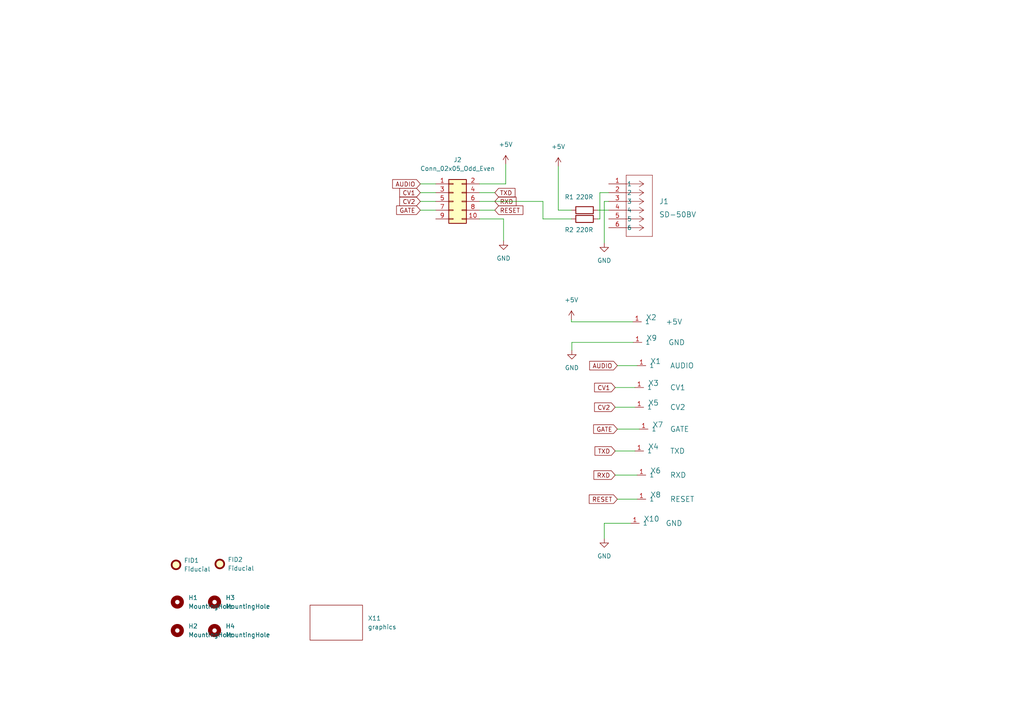
<source format=kicad_sch>
(kicad_sch (version 20211123) (generator eeschema)
  (paper "A4")
  (lib_symbols
    (symbol "Connector_Generic:Conn_02x05_Odd_Even" (pin_names (offset 1.016) hide)
      (property "Reference" "J" (at 1.27 7.62 0))
      (property "Value" "Conn_02x05_Odd_Even" (at 1.27 -7.62 0))
      (symbol "Conn_02x05_Odd_Even_1_1"
        (rectangle (start -1.27 -4.953) (end 0 -5.207) (stroke (width 0.1524)))
        (rectangle (start -1.27 -2.413) (end 0 -2.667) (stroke (width 0.1524)))
        (rectangle (start -1.27 0.127) (end 0 -0.127) (stroke (width 0.1524)))
        (rectangle (start -1.27 2.667) (end 0 2.413) (stroke (width 0.1524)))
        (rectangle (start -1.27 5.207) (end 0 4.953) (stroke (width 0.1524)))
        (rectangle (start -1.27 6.35) (end 3.81 -6.35) (stroke (width 0.254)) (fill (type background)))
        (rectangle (start 3.81 -4.953) (end 2.54 -5.207) (stroke (width 0.1524)))
        (rectangle (start 3.81 -2.413) (end 2.54 -2.667) (stroke (width 0.1524)))
        (rectangle (start 3.81 0.127) (end 2.54 -0.127) (stroke (width 0.1524)))
        (rectangle (start 3.81 2.667) (end 2.54 2.413) (stroke (width 0.1524)))
        (rectangle (start 3.81 5.207) (end 2.54 4.953) (stroke (width 0.1524)))
        (pin passive line (at -5.08 5.08 0) (length 3.81) (name "Pin_1") (number "1"))
        (pin passive line (at 7.62 -5.08 180) (length 3.81) (name "Pin_10") (number "10"))
        (pin passive line (at 7.62 5.08 180) (length 3.81) (name "Pin_2") (number "2"))
        (pin passive line (at -5.08 2.54 0) (length 3.81) (name "Pin_3") (number "3"))
        (pin passive line (at 7.62 2.54 180) (length 3.81) (name "Pin_4") (number "4"))
        (pin passive line (at -5.08 0 0) (length 3.81) (name "Pin_5") (number "5"))
        (pin passive line (at 7.62 0 180) (length 3.81) (name "Pin_6") (number "6"))
        (pin passive line (at -5.08 -2.54 0) (length 3.81) (name "Pin_7") (number "7"))
        (pin passive line (at 7.62 -2.54 180) (length 3.81) (name "Pin_8") (number "8"))
        (pin passive line (at -5.08 -5.08 0) (length 3.81) (name "Pin_9") (number "9"))
      )
    )
    (symbol "Device:R" (pin_numbers hide) (pin_names (offset 0))
      (property "Reference" "R" (at 2.032 0 90))
      (property "Value" "R" (at 0 0 90))
      (symbol "R_0_1"
        (rectangle (start -1.016 -2.54) (end 1.016 2.54) (stroke (width 0.254)))
      )
      (symbol "R_1_1"
        (pin passive line (at 0 3.81 270) (length 1.27) (name "~") (number "1"))
        (pin passive line (at 0 -3.81 90) (length 1.27) (name "~") (number "2"))
      )
    )
    (symbol "GaudiLabsPartsLibrary:PAD" (pin_names (offset 1.016))
      (property "Reference" "X" (at 0 -3.81 0))
      (property "Value" "PAD" (at 0 2.54 0))
      (symbol "PAD_1_1"
        (pin input line (at -2.54 0 0) (length 2.54) (name "1") (number "1"))
      )
    )
    (symbol "GaudiLabs_New_Library:SD-50BV" (pin_names (offset 0.254))
      (property "Reference" "J" (at 10.16 8.89 0))
      (property "Value" "SD-50BV" (at -1.27 8.89 0))
      (symbol "SD-50BV_1_1"
        (polyline (pts (xy 5.08 -15.24) (xy 12.7 -15.24)) (stroke (width 0.127)))
        (polyline (pts (xy 5.08 2.54) (xy 5.08 -15.24)) (stroke (width 0.127)))
        (polyline (pts (xy 10.16 -12.7) (xy 5.08 -12.7)) (stroke (width 0.127)))
        (polyline (pts (xy 10.16 -12.7) (xy 8.89 -13.5467)) (stroke (width 0.127)))
        (polyline (pts (xy 10.16 -12.7) (xy 8.89 -11.8533)) (stroke (width 0.127)))
        (polyline (pts (xy 10.16 -10.16) (xy 5.08 -10.16)) (stroke (width 0.127)))
        (polyline (pts (xy 10.16 -10.16) (xy 8.89 -11.0067)) (stroke (width 0.127)))
        (polyline (pts (xy 10.16 -10.16) (xy 8.89 -9.3133)) (stroke (width 0.127)))
        (polyline (pts (xy 10.16 -7.62) (xy 5.08 -7.62)) (stroke (width 0.127)))
        (polyline (pts (xy 10.16 -7.62) (xy 8.89 -8.4667)) (stroke (width 0.127)))
        (polyline (pts (xy 10.16 -7.62) (xy 8.89 -6.7733)) (stroke (width 0.127)))
        (polyline (pts (xy 10.16 -5.08) (xy 5.08 -5.08)) (stroke (width 0.127)))
        (polyline (pts (xy 10.16 -5.08) (xy 8.89 -5.9267)) (stroke (width 0.127)))
        (polyline (pts (xy 10.16 -5.08) (xy 8.89 -4.2333)) (stroke (width 0.127)))
        (polyline (pts (xy 10.16 -2.54) (xy 5.08 -2.54)) (stroke (width 0.127)))
        (polyline (pts (xy 10.16 -2.54) (xy 8.89 -3.3867)) (stroke (width 0.127)))
        (polyline (pts (xy 10.16 -2.54) (xy 8.89 -1.6933)) (stroke (width 0.127)))
        (polyline (pts (xy 10.16 0) (xy 5.08 0)) (stroke (width 0.127)))
        (polyline (pts (xy 10.16 0) (xy 8.89 -0.8467)) (stroke (width 0.127)))
        (polyline (pts (xy 10.16 0) (xy 8.89 0.8467)) (stroke (width 0.127)))
        (polyline (pts (xy 12.7 -15.24) (xy 12.7 2.54)) (stroke (width 0.127)))
        (polyline (pts (xy 12.7 2.54) (xy 5.08 2.54)) (stroke (width 0.127)))
        (pin unspecified line (at 0 0 0) (length 5.08) (name "1") (number "1"))
        (pin unspecified line (at 0 -2.54 0) (length 5.08) (name "2") (number "2"))
        (pin unspecified line (at 0 -5.08 0) (length 5.08) (name "3") (number "3"))
        (pin unspecified line (at 0 -7.62 0) (length 5.08) (name "4") (number "4"))
        (pin unspecified line (at 0 -10.16 0) (length 5.08) (name "5") (number "5"))
        (pin unspecified line (at 0 -12.7 0) (length 5.08) (name "6") (number "6"))
      )
      (symbol "SD-50BV_1_2"
        (polyline (pts (xy 5.08 -15.24) (xy 12.7 -15.24)) (stroke (width 0.127)))
        (polyline (pts (xy 5.08 2.54) (xy 5.08 -15.24)) (stroke (width 0.127)))
        (polyline (pts (xy 7.62 -12.7) (xy 5.08 -12.7)) (stroke (width 0.127)))
        (polyline (pts (xy 7.62 -12.7) (xy 8.89 -13.5467)) (stroke (width 0.127)))
        (polyline (pts (xy 7.62 -12.7) (xy 8.89 -11.8533)) (stroke (width 0.127)))
        (polyline (pts (xy 7.62 -10.16) (xy 5.08 -10.16)) (stroke (width 0.127)))
        (polyline (pts (xy 7.62 -10.16) (xy 8.89 -11.0067)) (stroke (width 0.127)))
        (polyline (pts (xy 7.62 -10.16) (xy 8.89 -9.3133)) (stroke (width 0.127)))
        (polyline (pts (xy 7.62 -7.62) (xy 5.08 -7.62)) (stroke (width 0.127)))
        (polyline (pts (xy 7.62 -7.62) (xy 8.89 -8.4667)) (stroke (width 0.127)))
        (polyline (pts (xy 7.62 -7.62) (xy 8.89 -6.7733)) (stroke (width 0.127)))
        (polyline (pts (xy 7.62 -5.08) (xy 5.08 -5.08)) (stroke (width 0.127)))
        (polyline (pts (xy 7.62 -5.08) (xy 8.89 -5.9267)) (stroke (width 0.127)))
        (polyline (pts (xy 7.62 -5.08) (xy 8.89 -4.2333)) (stroke (width 0.127)))
        (polyline (pts (xy 7.62 -2.54) (xy 5.08 -2.54)) (stroke (width 0.127)))
        (polyline (pts (xy 7.62 -2.54) (xy 8.89 -3.3867)) (stroke (width 0.127)))
        (polyline (pts (xy 7.62 -2.54) (xy 8.89 -1.6933)) (stroke (width 0.127)))
        (polyline (pts (xy 7.62 0) (xy 5.08 0)) (stroke (width 0.127)))
        (polyline (pts (xy 7.62 0) (xy 8.89 -0.8467)) (stroke (width 0.127)))
        (polyline (pts (xy 7.62 0) (xy 8.89 0.8467)) (stroke (width 0.127)))
        (polyline (pts (xy 12.7 -15.24) (xy 12.7 2.54)) (stroke (width 0.127)))
        (polyline (pts (xy 12.7 2.54) (xy 5.08 2.54)) (stroke (width 0.127)))
        (pin unspecified line (at 0 0 0) (length 5.08) (name "1") (number "1"))
        (pin unspecified line (at 0 -2.54 0) (length 5.08) (name "2") (number "2"))
        (pin unspecified line (at 0 -5.08 0) (length 5.08) (name "3") (number "3"))
        (pin unspecified line (at 0 -7.62 0) (length 5.08) (name "4") (number "4"))
        (pin unspecified line (at 0 -10.16 0) (length 5.08) (name "5") (number "5"))
        (pin unspecified line (at 0 -12.7 0) (length 5.08) (name "6") (number "6"))
      )
    )
    (symbol "GaudiLabs_New_Library:dummy"
      (property "Reference" "X" (at -6.35 6.35 0))
      (property "Value" "dummy" (at 0 -6.35 0))
      (symbol "dummy_0_1"
        (rectangle (start -7.62 5.08) (end 7.62 -5.08))
      )
    )
    (symbol "Mechanical:Fiducial"
      (property "Reference" "FID" (at 0 5.08 0))
      (property "Value" "Fiducial" (at 0 3.175 0))
      (symbol "Fiducial_0_1"
        (circle (center 0 0) (radius 1.27) (stroke (width 0.508)) (fill (type background)))
      )
    )
    (symbol "Mechanical:MountingHole" (pin_names (offset 1.016))
      (property "Reference" "H" (at 0 5.08 0))
      (property "Value" "MountingHole" (at 0 3.175 0))
      (symbol "MountingHole_0_1"
        (circle (center 0 0) (radius 1.27) (stroke (width 1.27)))
      )
    )
    (symbol "power:+5V" (power) (pin_names (offset 0))
      (property "Value" "+5V" (at 0 3.556 0))
      (symbol "+5V_0_1"
        (polyline (pts (xy -0.762 1.27) (xy 0 2.54)))
        (polyline (pts (xy 0 0) (xy 0 2.54)))
        (polyline (pts (xy 0 2.54) (xy 0.762 1.27)))
      )
      (symbol "+5V_1_1"
        (pin power_in line (at 0 0 90) (length 0) hide (name "+5V") (number "1"))
      )
    )
    (symbol "power:GND" (power) (pin_names (offset 0))
      (property "Value" "GND" (at 0 -3.81 0))
      (symbol "GND_0_1"
        (polyline (pts (xy 0 0) (xy 0 -1.27) (xy 1.27 -1.27) (xy 0 -2.54) (xy -1.27 -1.27) (xy 0 -1.27)))
      )
      (symbol "GND_1_1"
        (pin power_in line (at 0 0 270) (length 0) hide (name "GND") (number "1"))
      )
    )
  )
  (wire (pts (xy 121.92 60.96) (xy 126.365 60.96)))
  (wire (pts (xy 157.48 58.42) (xy 157.48 63.5)))
  (wire (pts (xy 178.435 112.395) (xy 184.15 112.395)))
  (wire (pts (xy 173.99 63.5) (xy 173.99 55.88)))
  (wire (pts (xy 175.26 156.21) (xy 175.26 151.765)))
  (wire (pts (xy 179.07 124.46) (xy 185.42 124.46)))
  (wire (pts (xy 139.065 58.42) (xy 157.48 58.42)))
  (wire (pts (xy 165.862 101.6) (xy 165.862 99.314)))
  (wire (pts (xy 173.355 63.5) (xy 173.99 63.5)))
  (wire (pts (xy 173.99 55.88) (xy 176.53 55.88)))
  (wire (pts (xy 146.685 53.34) (xy 146.685 47.625)))
  (wire (pts (xy 175.26 151.765) (xy 182.88 151.765)))
  (wire (pts (xy 165.735 92.71) (xy 165.735 93.345)))
  (wire (pts (xy 139.065 60.96) (xy 143.51 60.96)))
  (wire (pts (xy 165.862 99.314) (xy 183.642 99.314)))
  (wire (pts (xy 179.07 106.045) (xy 184.785 106.045)))
  (wire (pts (xy 139.065 63.5) (xy 146.05 63.5)))
  (wire (pts (xy 173.355 60.96) (xy 176.53 60.96)))
  (wire (pts (xy 179.07 144.78) (xy 184.785 144.78)))
  (wire (pts (xy 121.92 53.34) (xy 126.365 53.34)))
  (wire (pts (xy 178.435 118.11) (xy 184.15 118.11)))
  (wire (pts (xy 139.065 53.34) (xy 146.685 53.34)))
  (wire (pts (xy 178.435 137.795) (xy 184.785 137.795)))
  (wire (pts (xy 178.435 130.81) (xy 184.15 130.81)))
  (wire (pts (xy 161.925 48.26) (xy 161.925 60.96)))
  (wire (pts (xy 161.925 60.96) (xy 165.735 60.96)))
  (wire (pts (xy 121.92 58.42) (xy 126.365 58.42)))
  (wire (pts (xy 157.48 63.5) (xy 165.735 63.5)))
  (wire (pts (xy 165.735 93.345) (xy 183.515 93.345)))
  (wire (pts (xy 146.05 63.5) (xy 146.05 69.85)))
  (wire (pts (xy 121.92 55.88) (xy 126.365 55.88)))
  (wire (pts (xy 175.26 58.42) (xy 175.26 70.485)))
  (wire (pts (xy 176.53 58.42) (xy 175.26 58.42)))
  (wire (pts (xy 139.065 55.88) (xy 143.51 55.88)))
  (global_label "RXD" (shape input) (at 178.435 137.795 180) (property "Intersheet References" "${INTERSHEET_REFS}" (effects hide)))
  (global_label "AUDIO" (shape input) (at 121.92 53.34 180) (property "Intersheet References" "${INTERSHEET_REFS}" (effects hide)))
  (global_label "CV2" (shape input) (at 178.435 118.11 180) (property "Intersheet References" "${INTERSHEET_REFS}" (effects hide)))
  (global_label "GATE" (shape input) (at 179.07 124.46 180) (property "Intersheet References" "${INTERSHEET_REFS}" (effects hide)))
  (global_label "CV1" (shape input) (at 178.435 112.395 180) (property "Intersheet References" "${INTERSHEET_REFS}" (effects hide)))
  (global_label "RESET" (shape input) (at 143.51 60.96 0) (property "Intersheet References" "${INTERSHEET_REFS}" (effects hide)))
  (global_label "AUDIO" (shape input) (at 179.07 106.045 180) (property "Intersheet References" "${INTERSHEET_REFS}" (effects hide)))
  (global_label "RXD" (shape input) (at 143.51 58.42 0) (property "Intersheet References" "${INTERSHEET_REFS}" (effects hide)))
  (global_label "GATE" (shape input) (at 121.92 60.96 180) (property "Intersheet References" "${INTERSHEET_REFS}" (effects hide)))
  (global_label "TXD" (shape input) (at 143.51 55.88 0) (property "Intersheet References" "${INTERSHEET_REFS}" (effects hide)))
  (global_label "RESET" (shape input) (at 179.07 144.78 180) (property "Intersheet References" "${INTERSHEET_REFS}" (effects hide)))
  (global_label "CV2" (shape input) (at 121.92 58.42 180) (property "Intersheet References" "${INTERSHEET_REFS}" (effects hide)))
  (global_label "CV1" (shape input) (at 121.92 55.88 180) (property "Intersheet References" "${INTERSHEET_REFS}" (effects hide)))
  (global_label "TXD" (shape input) (at 178.435 130.81 180) (property "Intersheet References" "${INTERSHEET_REFS}" (effects hide)))
  (symbol (lib_id "Device:R") (at 169.545 60.96 90) (unit 1)
    (property "Reference" "R1" (at 165.1 57.15 90))
    (property "Value" "220R" (at 169.545 57.15 90))
    (property "Footprint" "Resistor_SMD:R_0805_2012Metric" (effects hide))
  )
  (symbol (lib_id "power:GND") (at 165.862 101.6 0) (unit 1)
    (property "Reference" "#PWR0107" (effects hide))
    (property "Value" "GND" (at 165.862 106.68 0))
  )
  (symbol (lib_id "GaudiLabsPartsLibrary:PAD") (at 187.325 106.045 0) (unit 1)
    (property "Reference" "X1" (at 188.595 104.775 0) (effects (font (size 1.524 1.524)) (justify left)))
    (property "Value" "AUDIO" (at 194.31 106.045 0) (effects (font (size 1.524 1.524)) (justify left)))
    (property "Footprint" "GaudiLabsFootPrints:PAD_SMD_4x2mm_ThroughHole" (effects hide))
  )
  (symbol (lib_id "GaudiLabsPartsLibrary:PAD") (at 186.69 130.81 0) (unit 1)
    (property "Reference" "X4" (at 187.96 129.54 0) (effects (font (size 1.524 1.524)) (justify left)))
    (property "Value" "TXD" (at 194.31 130.81 0) (effects (font (size 1.524 1.524)) (justify left)))
    (property "Footprint" "GaudiLabsFootPrints:PAD_SMD_4x2mm_ThroughHole" (effects hide))
  )
  (symbol (lib_id "GaudiLabsPartsLibrary:PAD") (at 186.055 93.345 0) (unit 1)
    (property "Reference" "X2" (at 187.325 92.075 0) (effects (font (size 1.524 1.524)) (justify left)))
    (property "Value" "+5V" (at 193.04 93.345 0) (effects (font (size 1.524 1.524)) (justify left)))
    (property "Footprint" "GaudiLabsFootPrints:PAD_SMD_4x2mm_ThroughHole" (effects hide))
  )
  (symbol (lib_id "Connector_Generic:Conn_02x05_Odd_Even") (at 131.445 58.42 0) (unit 1)
    (property "Reference" "J2" (at 132.715 46.355 0))
    (property "Value" "Conn_02x05_Odd_Even" (at 132.715 48.895 0))
    (property "Footprint" "GaudiLabsFootPrints:OTBreakOut_2x05_P1.27mm_Vertical_SMD" (effects hide))
  )
  (symbol (lib_id "Mechanical:MountingHole") (at 51.435 182.88 0) (unit 1)
    (property "Reference" "H2" (at 54.61 181.6099 0) (effects (justify left)))
    (property "Value" "MountingHole" (at 54.61 184.1499 0) (effects (justify left)))
    (property "Footprint" "MountingHole:MountingHole_3.2mm_M3" (effects hide))
  )
  (symbol (lib_id "GaudiLabsPartsLibrary:PAD") (at 187.96 124.46 0) (unit 1)
    (property "Reference" "X7" (at 189.23 123.19 0) (effects (font (size 1.524 1.524)) (justify left)))
    (property "Value" "GATE" (at 194.31 124.46 0) (effects (font (size 1.524 1.524)) (justify left)))
    (property "Footprint" "GaudiLabsFootPrints:PAD_SMD_4x2mm_ThroughHole" (effects hide))
  )
  (symbol (lib_id "GaudiLabsPartsLibrary:PAD") (at 185.42 151.765 0) (unit 1)
    (property "Reference" "X10" (at 186.69 150.495 0) (effects (font (size 1.524 1.524)) (justify left)))
    (property "Value" "GND" (at 193.04 151.765 0) (effects (font (size 1.524 1.524)) (justify left)))
    (property "Footprint" "GaudiLabsFootPrints:PAD_SMD_4x2mm_ThroughHole" (effects hide))
  )
  (symbol (lib_id "GaudiLabsPartsLibrary:PAD") (at 186.69 118.11 0) (unit 1)
    (property "Reference" "X5" (at 187.96 116.84 0) (effects (font (size 1.524 1.524)) (justify left)))
    (property "Value" "CV2" (at 194.31 118.11 0) (effects (font (size 1.524 1.524)) (justify left)))
    (property "Footprint" "GaudiLabsFootPrints:PAD_SMD_4x2mm_ThroughHole" (effects hide))
  )
  (symbol (lib_id "power:+5V") (at 161.925 48.26 0) (unit 1)
    (property "Reference" "#PWR0103" (effects hide))
    (property "Value" "+5V" (at 161.925 42.545 0))
  )
  (symbol (lib_id "power:GND") (at 175.26 156.21 0) (unit 1)
    (property "Reference" "#PWR0106" (effects hide))
    (property "Value" "GND" (at 175.26 161.29 0))
  )
  (symbol (lib_id "GaudiLabsPartsLibrary:PAD") (at 186.69 112.395 0) (unit 1)
    (property "Reference" "X3" (at 187.96 111.125 0) (effects (font (size 1.524 1.524)) (justify left)))
    (property "Value" "CV1" (at 194.31 112.395 0) (effects (font (size 1.524 1.524)) (justify left)))
    (property "Footprint" "GaudiLabsFootPrints:PAD_SMD_4x2mm_ThroughHole" (effects hide))
  )
  (symbol (lib_id "Mechanical:Fiducial") (at 63.754 163.576 0) (unit 1)
    (property "Reference" "FID2" (at 66.04 162.3059 0) (effects (justify left)))
    (property "Value" "Fiducial" (at 66.04 164.8459 0) (effects (justify left)))
    (property "Footprint" "GaudiLabsFootPrints:Fiducial_1mm_Dia_2.54mm_Outer_CopperBottom" (effects hide))
  )
  (symbol (lib_id "Mechanical:MountingHole") (at 51.435 174.625 0) (unit 1)
    (property "Reference" "H1" (at 54.61 173.3549 0) (effects (justify left)))
    (property "Value" "MountingHole" (at 54.61 175.8949 0) (effects (justify left)))
    (property "Footprint" "MountingHole:MountingHole_3.2mm_M3" (effects hide))
  )
  (symbol (lib_id "GaudiLabs_New_Library:SD-50BV") (at 176.53 53.34 0) (unit 1)
    (property "Reference" "J1" (at 191.135 58.42 0) (effects (font (size 1.524 1.524)) (justify left)))
    (property "Value" "SD-50BV" (at 191.135 62.23 0) (effects (font (size 1.524 1.524)) (justify left)))
    (property "Footprint" "GaudiLabsFootPrints:CONN6_SD-50BV_CUD" (effects hide))
    (property "Datasheet" "SD-50BV" (effects hide))
  )
  (symbol (lib_id "power:+5V") (at 146.685 47.625 0) (unit 1)
    (property "Reference" "#PWR0102" (effects hide))
    (property "Value" "+5V" (at 146.685 41.91 0))
  )
  (symbol (lib_id "GaudiLabsPartsLibrary:PAD") (at 186.182 99.314 0) (unit 1)
    (property "Reference" "X9" (at 187.452 98.044 0) (effects (font (size 1.524 1.524)) (justify left)))
    (property "Value" "GND" (at 193.802 99.314 0) (effects (font (size 1.524 1.524)) (justify left)))
    (property "Footprint" "GaudiLabsFootPrints:PAD_SMD_4x2mm_ThroughHole" (effects hide))
  )
  (symbol (lib_id "power:+5V") (at 165.735 92.71 0) (unit 1)
    (property "Reference" "#PWR0105" (effects hide))
    (property "Value" "+5V" (at 165.735 86.995 0))
  )
  (symbol (lib_id "GaudiLabsPartsLibrary:PAD") (at 187.325 144.78 0) (unit 1)
    (property "Reference" "X8" (at 188.595 143.51 0) (effects (font (size 1.524 1.524)) (justify left)))
    (property "Value" "RESET" (at 194.31 144.78 0) (effects (font (size 1.524 1.524)) (justify left)))
    (property "Footprint" "GaudiLabsFootPrints:PAD_SMD_4x2mm_ThroughHole" (effects hide))
  )
  (symbol (lib_id "Mechanical:MountingHole") (at 62.23 174.625 0) (unit 1)
    (property "Reference" "H3" (at 65.405 173.3549 0) (effects (justify left)))
    (property "Value" "MountingHole" (at 65.405 175.8949 0) (effects (justify left)))
    (property "Footprint" "MountingHole:MountingHole_3.2mm_M3" (effects hide))
  )
  (symbol (lib_id "GaudiLabs_New_Library:dummy") (at 97.536 180.594 0) (unit 1)
    (property "Reference" "X11" (at 106.68 179.3239 0) (effects (justify left)))
    (property "Value" "graphics" (at 106.68 181.8639 0) (effects (justify left)))
    (property "Footprint" "GaudiLabsLogos:BreakOut" (effects hide))
  )
  (symbol (lib_id "GaudiLabsPartsLibrary:PAD") (at 187.325 137.795 0) (unit 1)
    (property "Reference" "X6" (at 188.595 136.525 0) (effects (font (size 1.524 1.524)) (justify left)))
    (property "Value" "RXD" (at 194.31 137.795 0) (effects (font (size 1.524 1.524)) (justify left)))
    (property "Footprint" "GaudiLabsFootPrints:PAD_SMD_4x2mm_ThroughHole" (effects hide))
  )
  (symbol (lib_id "Device:R") (at 169.545 63.5 90) (unit 1)
    (property "Reference" "R2" (at 165.1 66.675 90))
    (property "Value" "220R" (at 169.545 66.675 90))
    (property "Footprint" "Resistor_SMD:R_0805_2012Metric" (effects hide))
  )
  (symbol (lib_id "power:GND") (at 175.26 70.485 0) (unit 1)
    (property "Reference" "#PWR0104" (effects hide))
    (property "Value" "GND" (at 175.26 75.565 0))
  )
  (symbol (lib_id "power:GND") (at 146.05 69.85 0) (unit 1)
    (property "Reference" "#PWR0101" (effects hide))
    (property "Value" "GND" (at 146.05 74.93 0))
  )
  (symbol (lib_id "Mechanical:Fiducial") (at 51.054 163.83 0) (unit 1)
    (property "Reference" "FID1" (at 53.34 162.5599 0) (effects (justify left)))
    (property "Value" "Fiducial" (at 53.34 165.0999 0) (effects (justify left)))
    (property "Footprint" "GaudiLabsFootPrints:Fiducial_1mm_Dia_2.54mm_Outer_CopperBottom" (effects hide))
  )
  (symbol (lib_id "Mechanical:MountingHole") (at 62.23 182.88 0) (unit 1)
    (property "Reference" "H4" (at 65.405 181.6099 0) (effects (justify left)))
    (property "Value" "MountingHole" (at 65.405 184.1499 0) (effects (justify left)))
    (property "Footprint" "MountingHole:MountingHole_3.2mm_M3" (effects hide))
  )
)
</source>
